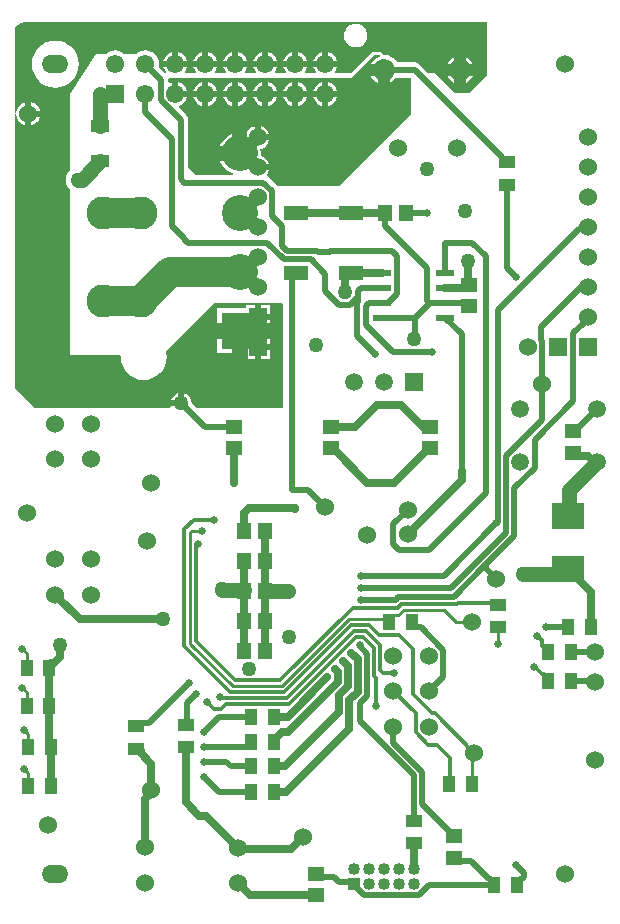
<source format=gbl>
G04*
G04 #@! TF.GenerationSoftware,Altium Limited,Altium Designer,19.1.8 (144)*
G04*
G04 Layer_Physical_Order=4*
G04 Layer_Color=16711680*
%FSLAX25Y25*%
%MOIN*%
G70*
G01*
G75*
%ADD10C,0.01000*%
%ADD16R,0.04134X0.05512*%
%ADD17R,0.05512X0.04134*%
%ADD52C,0.02000*%
%ADD53C,0.02500*%
%ADD54C,0.05000*%
%ADD55C,0.01200*%
%ADD57O,0.08900X0.06000*%
%ADD58R,0.04000X0.04000*%
%ADD59C,0.04000*%
%ADD60C,0.06000*%
%ADD61C,0.10984*%
%ADD62C,0.05898*%
%ADD63C,0.07284*%
%ADD64C,0.05906*%
%ADD65R,0.05906X0.05906*%
%ADD66R,0.12000X0.12000*%
%ADD67C,0.12000*%
%ADD68R,0.06000X0.06000*%
%ADD69C,0.06102*%
%ADD70R,0.06102X0.06102*%
%ADD71C,0.02500*%
%ADD72C,0.05000*%
%ADD73R,0.05709X0.04528*%
%ADD74R,0.08268X0.05118*%
%ADD75R,0.04528X0.05709*%
%ADD76R,0.10799X0.08500*%
%ADD77R,0.06299X0.03937*%
%ADD78R,0.05906X0.02362*%
%ADD79C,0.10000*%
G36*
X123198Y287522D02*
X122069Y287054D01*
X121099Y286311D01*
X120355Y285341D01*
X120214Y285000D01*
X124409D01*
Y283000D01*
X126409D01*
Y278804D01*
X126750Y278945D01*
X127720Y279690D01*
X128304Y280451D01*
X133579D01*
X133579Y268500D01*
X109579Y244500D01*
X88993D01*
X86191Y247302D01*
X85715Y247620D01*
X85634Y248113D01*
X85994Y248583D01*
X86397Y249556D01*
X86403Y249600D01*
X82500D01*
Y251600D01*
X86403D01*
X86397Y251644D01*
X85994Y252617D01*
X85353Y253453D01*
X84517Y254094D01*
X83544Y254497D01*
X83466Y254507D01*
X83534Y255200D01*
X83399Y256572D01*
X83477Y256694D01*
X83544Y256703D01*
X84517Y257106D01*
X85353Y257747D01*
X85994Y258583D01*
X86397Y259556D01*
X86403Y259600D01*
X82500D01*
Y260600D01*
X81500D01*
Y264503D01*
X81456Y264497D01*
X80483Y264094D01*
X79647Y263453D01*
X79006Y262617D01*
X79000Y262603D01*
Y255200D01*
X76500D01*
Y252700D01*
X69943D01*
X70002Y252508D01*
X70652Y251292D01*
X71526Y250226D01*
X72592Y249352D01*
X73808Y248702D01*
X74311Y248549D01*
X74237Y248049D01*
X62030D01*
X59349Y250730D01*
Y266339D01*
X59155Y267315D01*
X58602Y268142D01*
X56153Y270591D01*
X56299Y271153D01*
X57043Y271461D01*
X57889Y272111D01*
X58539Y272957D01*
X58947Y273942D01*
X58955Y274000D01*
X55000D01*
Y275000D01*
X54000D01*
Y278955D01*
X53942Y278947D01*
X53198Y278639D01*
X52698Y278933D01*
Y279851D01*
X52646Y280114D01*
X52963Y280500D01*
X54313D01*
X55000Y280410D01*
X55687Y280500D01*
X64313D01*
X65000Y280410D01*
X65687Y280500D01*
X74313D01*
X75000Y280410D01*
X75687Y280500D01*
X84313D01*
X85000Y280410D01*
X85687Y280500D01*
X94313D01*
X95000Y280410D01*
X95687Y280500D01*
X104313D01*
X105000Y280410D01*
X105687Y280500D01*
X113579D01*
X121079Y288000D01*
X123101D01*
X123198Y287522D01*
D02*
G37*
G36*
X5000Y298980D02*
X5000Y298980D01*
X5000Y298980D01*
X159000Y298980D01*
X159000Y281500D01*
X153000Y275500D01*
X148000Y275500D01*
X141500Y282000D01*
X139345D01*
X136543Y284802D01*
X135716Y285355D01*
X134740Y285549D01*
X128919D01*
X128901Y285593D01*
X128077Y286667D01*
X127002Y287491D01*
X125752Y288009D01*
X124409Y288186D01*
X124112Y288147D01*
X124101Y288202D01*
X124063Y288293D01*
X124043Y288390D01*
X123987Y288475D01*
X123948Y288569D01*
X123877Y288639D01*
X123822Y288721D01*
X123738Y288777D01*
X123665Y288849D01*
X123574Y288887D01*
X123492Y288942D01*
X123392Y288962D01*
X123297Y289001D01*
X123198Y289000D01*
X123101Y289020D01*
X121079D01*
X120689Y288942D01*
X120358Y288721D01*
X113637Y282000D01*
X108435D01*
X108188Y282500D01*
X108539Y282957D01*
X108947Y283942D01*
X108955Y284000D01*
X101046D01*
X101053Y283942D01*
X101461Y282957D01*
X101812Y282500D01*
X101565Y282000D01*
X98435D01*
X98188Y282500D01*
X98539Y282957D01*
X98947Y283942D01*
X98954Y284000D01*
X91045D01*
X91053Y283942D01*
X91461Y282957D01*
X91812Y282500D01*
X91565Y282000D01*
X88435D01*
X88188Y282500D01*
X88539Y282957D01*
X88947Y283942D01*
X88955Y284000D01*
X81046D01*
X81053Y283942D01*
X81461Y282957D01*
X81812Y282500D01*
X81565Y282000D01*
X78435D01*
X78188Y282500D01*
X78539Y282957D01*
X78947Y283942D01*
X78954Y284000D01*
X71046D01*
X71053Y283942D01*
X71461Y282957D01*
X71812Y282500D01*
X71565Y282000D01*
X68435D01*
X68188Y282500D01*
X68539Y282957D01*
X68947Y283942D01*
X68954Y284000D01*
X61045D01*
X61053Y283942D01*
X61461Y282957D01*
X61812Y282500D01*
X61565Y282000D01*
X58435D01*
X58188Y282500D01*
X58539Y282957D01*
X58947Y283942D01*
X58955Y284000D01*
X51046D01*
X51053Y283942D01*
X51461Y282957D01*
X51812Y282500D01*
X51435Y282170D01*
X49476Y284129D01*
X49590Y285000D01*
X49434Y286188D01*
X48976Y287295D01*
X48246Y288246D01*
X47295Y288976D01*
X46188Y289434D01*
X45000Y289591D01*
X43812Y289434D01*
X42705Y288976D01*
X42085Y288500D01*
X37915D01*
X37295Y288976D01*
X36188Y289434D01*
X35000Y289591D01*
X33812Y289434D01*
X32705Y288976D01*
X32085Y288500D01*
X28500D01*
X20000Y275000D01*
Y249624D01*
X19647Y249353D01*
X19006Y248517D01*
X18603Y247544D01*
X18465Y246500D01*
X18603Y245456D01*
X19006Y244483D01*
X19647Y243647D01*
X20000Y243376D01*
Y188000D01*
X36580D01*
X36916Y187629D01*
X36885Y187311D01*
X37031Y185828D01*
X37463Y184403D01*
X38165Y183089D01*
X39110Y181937D01*
X40262Y180992D01*
X41576Y180290D01*
X43002Y179858D01*
X44484Y179711D01*
X45967Y179858D01*
X47392Y180290D01*
X48706Y180992D01*
X49858Y181937D01*
X50803Y183089D01*
X51505Y184403D01*
X51938Y185828D01*
X52084Y187311D01*
X51938Y188794D01*
X51788Y189288D01*
X68000Y205500D01*
X90500D01*
X91000Y205000D01*
Y170500D01*
X62050D01*
X60464Y172086D01*
X60355Y172914D01*
X60002Y173765D01*
X59441Y174496D01*
X58710Y175057D01*
X57945Y175374D01*
Y172000D01*
X56945D01*
Y171000D01*
X53571D01*
X53606Y170916D01*
X53328Y170500D01*
X8000D01*
X1500Y177000D01*
X1500Y268205D01*
X2000Y268238D01*
X2103Y267456D01*
X2506Y266483D01*
X3147Y265647D01*
X3983Y265006D01*
X4956Y264603D01*
X5000Y264597D01*
Y268500D01*
Y272403D01*
X4956Y272397D01*
X3983Y271994D01*
X3147Y271353D01*
X2506Y270517D01*
X2103Y269544D01*
X2000Y268762D01*
X1500Y268795D01*
Y296927D01*
X1908Y297537D01*
X2462Y298092D01*
X3114Y298528D01*
X3839Y298828D01*
X4608Y298980D01*
X5000Y298980D01*
D02*
G37*
%LPC*%
G36*
X122409Y281000D02*
X120214D01*
X120355Y280659D01*
X121099Y279690D01*
X122069Y278945D01*
X122409Y278804D01*
Y281000D01*
D02*
G37*
G36*
X106000Y278955D02*
Y276000D01*
X108955D01*
X108947Y276058D01*
X108539Y277043D01*
X107889Y277889D01*
X107043Y278539D01*
X106058Y278947D01*
X106000Y278955D01*
D02*
G37*
G36*
X104000D02*
X103942Y278947D01*
X102957Y278539D01*
X102111Y277889D01*
X101461Y277043D01*
X101053Y276058D01*
X101046Y276000D01*
X104000D01*
Y278955D01*
D02*
G37*
G36*
X96000D02*
Y276000D01*
X98954D01*
X98947Y276058D01*
X98539Y277043D01*
X97889Y277889D01*
X97043Y278539D01*
X96058Y278947D01*
X96000Y278955D01*
D02*
G37*
G36*
X94000D02*
X93942Y278947D01*
X92957Y278539D01*
X92111Y277889D01*
X91461Y277043D01*
X91053Y276058D01*
X91045Y276000D01*
X94000D01*
Y278955D01*
D02*
G37*
G36*
X86000D02*
Y276000D01*
X88955D01*
X88947Y276058D01*
X88539Y277043D01*
X87889Y277889D01*
X87043Y278539D01*
X86058Y278947D01*
X86000Y278955D01*
D02*
G37*
G36*
X84000D02*
X83942Y278947D01*
X82957Y278539D01*
X82111Y277889D01*
X81461Y277043D01*
X81053Y276058D01*
X81046Y276000D01*
X84000D01*
Y278955D01*
D02*
G37*
G36*
X76000D02*
Y276000D01*
X78954D01*
X78947Y276058D01*
X78539Y277043D01*
X77889Y277889D01*
X77043Y278539D01*
X76058Y278947D01*
X76000Y278955D01*
D02*
G37*
G36*
X74000D02*
X73942Y278947D01*
X72957Y278539D01*
X72111Y277889D01*
X71461Y277043D01*
X71053Y276058D01*
X71046Y276000D01*
X74000D01*
Y278955D01*
D02*
G37*
G36*
X66000D02*
Y276000D01*
X68954D01*
X68947Y276058D01*
X68539Y277043D01*
X67889Y277889D01*
X67043Y278539D01*
X66058Y278947D01*
X66000Y278955D01*
D02*
G37*
G36*
X64000D02*
X63942Y278947D01*
X62957Y278539D01*
X62111Y277889D01*
X61461Y277043D01*
X61053Y276058D01*
X61045Y276000D01*
X64000D01*
Y278955D01*
D02*
G37*
G36*
X56000D02*
Y276000D01*
X58955D01*
X58947Y276058D01*
X58539Y277043D01*
X57889Y277889D01*
X57043Y278539D01*
X56058Y278947D01*
X56000Y278955D01*
D02*
G37*
G36*
X108955Y274000D02*
X106000D01*
Y271045D01*
X106058Y271053D01*
X107043Y271461D01*
X107889Y272111D01*
X108539Y272957D01*
X108947Y273942D01*
X108955Y274000D01*
D02*
G37*
G36*
X104000D02*
X101046D01*
X101053Y273942D01*
X101461Y272957D01*
X102111Y272111D01*
X102957Y271461D01*
X103942Y271053D01*
X104000Y271045D01*
Y274000D01*
D02*
G37*
G36*
X98954D02*
X96000D01*
Y271045D01*
X96058Y271053D01*
X97043Y271461D01*
X97889Y272111D01*
X98539Y272957D01*
X98947Y273942D01*
X98954Y274000D01*
D02*
G37*
G36*
X94000D02*
X91045D01*
X91053Y273942D01*
X91461Y272957D01*
X92111Y272111D01*
X92957Y271461D01*
X93942Y271053D01*
X94000Y271045D01*
Y274000D01*
D02*
G37*
G36*
X88955D02*
X86000D01*
Y271045D01*
X86058Y271053D01*
X87043Y271461D01*
X87889Y272111D01*
X88539Y272957D01*
X88947Y273942D01*
X88955Y274000D01*
D02*
G37*
G36*
X84000D02*
X81046D01*
X81053Y273942D01*
X81461Y272957D01*
X82111Y272111D01*
X82957Y271461D01*
X83942Y271053D01*
X84000Y271045D01*
Y274000D01*
D02*
G37*
G36*
X78954D02*
X76000D01*
Y271045D01*
X76058Y271053D01*
X77043Y271461D01*
X77889Y272111D01*
X78539Y272957D01*
X78947Y273942D01*
X78954Y274000D01*
D02*
G37*
G36*
X74000D02*
X71046D01*
X71053Y273942D01*
X71461Y272957D01*
X72111Y272111D01*
X72957Y271461D01*
X73942Y271053D01*
X74000Y271045D01*
Y274000D01*
D02*
G37*
G36*
X68954D02*
X66000D01*
Y271045D01*
X66058Y271053D01*
X67043Y271461D01*
X67889Y272111D01*
X68539Y272957D01*
X68947Y273942D01*
X68954Y274000D01*
D02*
G37*
G36*
X64000D02*
X61045D01*
X61053Y273942D01*
X61461Y272957D01*
X62111Y272111D01*
X62957Y271461D01*
X63942Y271053D01*
X64000Y271045D01*
Y274000D01*
D02*
G37*
G36*
X83500Y264503D02*
Y261600D01*
X86403D01*
X86397Y261644D01*
X85994Y262617D01*
X85353Y263453D01*
X84517Y264094D01*
X83544Y264497D01*
X83500Y264503D01*
D02*
G37*
G36*
X74000Y261757D02*
X73808Y261699D01*
X72592Y261049D01*
X71526Y260174D01*
X70652Y259108D01*
X70002Y257892D01*
X69943Y257700D01*
X74000D01*
Y261757D01*
D02*
G37*
G36*
X115157Y298392D02*
X114149Y298259D01*
X113210Y297870D01*
X112403Y297251D01*
X111784Y296444D01*
X111395Y295504D01*
X111262Y294496D01*
X111395Y293488D01*
X111784Y292548D01*
X112403Y291741D01*
X113210Y291122D01*
X114149Y290733D01*
X115157Y290600D01*
X116166Y290733D01*
X117105Y291122D01*
X117912Y291741D01*
X118531Y292548D01*
X118920Y293488D01*
X119053Y294496D01*
X118920Y295504D01*
X118531Y296444D01*
X117912Y297251D01*
X117105Y297870D01*
X116166Y298259D01*
X115157Y298392D01*
D02*
G37*
G36*
X106000Y288954D02*
Y286000D01*
X108955D01*
X108947Y286058D01*
X108539Y287043D01*
X107889Y287889D01*
X107043Y288539D01*
X106058Y288947D01*
X106000Y288954D01*
D02*
G37*
G36*
X104000D02*
X103942Y288947D01*
X102957Y288539D01*
X102111Y287889D01*
X101461Y287043D01*
X101053Y286058D01*
X101046Y286000D01*
X104000D01*
Y288954D01*
D02*
G37*
G36*
X96000D02*
Y286000D01*
X98954D01*
X98947Y286058D01*
X98539Y287043D01*
X97889Y287889D01*
X97043Y288539D01*
X96058Y288947D01*
X96000Y288954D01*
D02*
G37*
G36*
X94000D02*
X93942Y288947D01*
X92957Y288539D01*
X92111Y287889D01*
X91461Y287043D01*
X91053Y286058D01*
X91045Y286000D01*
X94000D01*
Y288954D01*
D02*
G37*
G36*
X86000D02*
Y286000D01*
X88955D01*
X88947Y286058D01*
X88539Y287043D01*
X87889Y287889D01*
X87043Y288539D01*
X86058Y288947D01*
X86000Y288954D01*
D02*
G37*
G36*
X84000D02*
X83942Y288947D01*
X82957Y288539D01*
X82111Y287889D01*
X81461Y287043D01*
X81053Y286058D01*
X81046Y286000D01*
X84000D01*
Y288954D01*
D02*
G37*
G36*
X76000D02*
Y286000D01*
X78954D01*
X78947Y286058D01*
X78539Y287043D01*
X77889Y287889D01*
X77043Y288539D01*
X76058Y288947D01*
X76000Y288954D01*
D02*
G37*
G36*
X74000D02*
X73942Y288947D01*
X72957Y288539D01*
X72111Y287889D01*
X71461Y287043D01*
X71053Y286058D01*
X71046Y286000D01*
X74000D01*
Y288954D01*
D02*
G37*
G36*
X66000D02*
Y286000D01*
X68954D01*
X68947Y286058D01*
X68539Y287043D01*
X67889Y287889D01*
X67043Y288539D01*
X66058Y288947D01*
X66000Y288954D01*
D02*
G37*
G36*
X64000D02*
X63942Y288947D01*
X62957Y288539D01*
X62111Y287889D01*
X61461Y287043D01*
X61053Y286058D01*
X61045Y286000D01*
X64000D01*
Y288954D01*
D02*
G37*
G36*
X56000D02*
Y286000D01*
X58955D01*
X58947Y286058D01*
X58539Y287043D01*
X57889Y287889D01*
X57043Y288539D01*
X56058Y288947D01*
X56000Y288954D01*
D02*
G37*
G36*
X54000D02*
X53942Y288947D01*
X52957Y288539D01*
X52111Y287889D01*
X51461Y287043D01*
X51053Y286058D01*
X51046Y286000D01*
X54000D01*
Y288954D01*
D02*
G37*
G36*
X152000Y287196D02*
Y285000D01*
X154196D01*
X154054Y285341D01*
X153311Y286311D01*
X152341Y287054D01*
X152000Y287196D01*
D02*
G37*
G36*
X148000D02*
X147659Y287054D01*
X146689Y286311D01*
X145946Y285341D01*
X145804Y285000D01*
X148000D01*
Y287196D01*
D02*
G37*
G36*
X154196Y281000D02*
X152000D01*
Y278804D01*
X152341Y278945D01*
X153311Y279690D01*
X154054Y280659D01*
X154196Y281000D01*
D02*
G37*
G36*
X148000D02*
X145804D01*
X145946Y280659D01*
X146689Y279690D01*
X147659Y278945D01*
X148000Y278804D01*
Y281000D01*
D02*
G37*
G36*
X15000Y292837D02*
X13471Y292686D01*
X12001Y292240D01*
X10646Y291516D01*
X9458Y290542D01*
X8484Y289354D01*
X7760Y287999D01*
X7314Y286529D01*
X7163Y285000D01*
X7314Y283471D01*
X7760Y282001D01*
X8484Y280646D01*
X9458Y279458D01*
X10646Y278484D01*
X12001Y277760D01*
X13471Y277314D01*
X15000Y277163D01*
X16529Y277314D01*
X17999Y277760D01*
X19354Y278484D01*
X20542Y279458D01*
X21516Y280646D01*
X22240Y282001D01*
X22686Y283471D01*
X22837Y285000D01*
X22686Y286529D01*
X22240Y287999D01*
X21516Y289354D01*
X20542Y290542D01*
X19354Y291516D01*
X17999Y292240D01*
X16529Y292686D01*
X15000Y292837D01*
D02*
G37*
G36*
X7000Y272403D02*
Y269500D01*
X9903D01*
X9897Y269544D01*
X9494Y270517D01*
X8853Y271353D01*
X8017Y271994D01*
X7044Y272397D01*
X7000Y272403D01*
D02*
G37*
G36*
X9903Y267500D02*
X7000D01*
Y264597D01*
X7044Y264603D01*
X8017Y265006D01*
X8853Y265647D01*
X9494Y266483D01*
X9897Y267456D01*
X9903Y267500D01*
D02*
G37*
G36*
X86500Y204600D02*
X83500D01*
Y201600D01*
X86500D01*
Y204600D01*
D02*
G37*
G36*
X81500D02*
X78500D01*
Y203600D01*
X69000D01*
Y198850D01*
X76500D01*
X86500D01*
Y199600D01*
X82500D01*
Y200600D01*
X81500D01*
Y204600D01*
D02*
G37*
G36*
X73750Y193350D02*
X69000D01*
Y188600D01*
X73750D01*
Y193350D01*
D02*
G37*
G36*
X86500Y189600D02*
X83500D01*
Y186600D01*
X86500D01*
Y189600D01*
D02*
G37*
G36*
Y193350D02*
X79250D01*
Y186600D01*
X81500D01*
Y190600D01*
X82500D01*
Y191600D01*
X86500D01*
Y193350D01*
D02*
G37*
G36*
X55945Y175374D02*
X55180Y175057D01*
X54449Y174496D01*
X53888Y173765D01*
X53571Y173000D01*
X55945D01*
Y175374D01*
D02*
G37*
%LPD*%
D10*
X4000Y90000D02*
X5437Y88563D01*
Y83800D02*
Y88563D01*
X4000Y77000D02*
X5437Y75563D01*
Y71000D02*
Y75563D01*
X4500Y63000D02*
X5937Y61563D01*
Y57300D02*
Y61563D01*
X4500Y50000D02*
X5937Y48563D01*
Y44300D02*
Y48563D01*
X162500Y91740D02*
Y97260D01*
X125277Y99982D02*
X125915Y99344D01*
X90609Y77700D02*
X112891Y99982D01*
X125277D01*
X60000Y91783D02*
X74083Y77700D01*
X60000Y91783D02*
Y123894D01*
X125915Y99344D02*
X126260Y99000D01*
X74083Y77700D02*
X90609D01*
X131135Y103056D02*
X144434D01*
X129335Y101256D02*
X131135Y103056D01*
X127827Y101256D02*
X129335D01*
X126260Y99689D02*
X127827Y101256D01*
X59950Y123944D02*
Y128950D01*
Y123944D02*
X60000Y123894D01*
X60500Y129500D02*
X64000D01*
X59950Y128950D02*
X60500Y129500D01*
X144434Y103056D02*
X148490Y99000D01*
X154000D01*
X153740Y54740D02*
X154500Y55500D01*
X153740Y45000D02*
Y54740D01*
D16*
X186740Y79500D02*
D03*
X179260D02*
D03*
X186740Y89000D02*
D03*
X179260D02*
D03*
X146260Y45000D02*
D03*
X153740D02*
D03*
X133740Y99000D02*
D03*
X126260D02*
D03*
X193480Y97500D02*
D03*
X186000D02*
D03*
X80260Y67500D02*
D03*
X87740D02*
D03*
X80260Y59000D02*
D03*
X87740D02*
D03*
X80260Y51000D02*
D03*
X87740D02*
D03*
X80260Y42500D02*
D03*
X87740D02*
D03*
X161260Y11500D02*
D03*
X168740D02*
D03*
X13418Y44300D02*
D03*
X5937D02*
D03*
X13418Y57300D02*
D03*
X5937D02*
D03*
X12918Y71000D02*
D03*
X5437D02*
D03*
X12918Y83800D02*
D03*
X5437D02*
D03*
D17*
X165500Y252240D02*
D03*
Y244760D02*
D03*
X162500Y104740D02*
D03*
Y97260D02*
D03*
X58500Y57260D02*
D03*
Y64740D02*
D03*
X42000Y56760D02*
D03*
Y64240D02*
D03*
X134500Y32740D02*
D03*
Y25260D02*
D03*
D52*
X147591Y27543D02*
X148854Y28807D01*
X115700Y205488D02*
X115800Y205588D01*
X118500Y198172D02*
X127672Y189000D01*
X135000Y194000D02*
Y200500D01*
X115700Y194300D02*
X121500Y188500D01*
X134500Y193500D02*
X135000Y194000D01*
X118500Y204328D02*
X119672Y205500D01*
X124319Y200500D02*
X135000D01*
X116972Y210500D02*
X124067D01*
X119672Y205500D02*
X124067D01*
X124319Y200500D02*
X124500Y200319D01*
X123990D02*
X124500D01*
X115800Y205588D02*
Y207219D01*
X127672Y189000D02*
X140500D01*
X135000Y200500D02*
X139819Y205319D01*
X115800Y207219D02*
Y209328D01*
X139819Y205319D02*
X144752D01*
X115700Y194300D02*
Y205488D01*
X144752Y205319D02*
X144933Y205500D01*
X115800Y209328D02*
X116972Y210500D01*
X118500Y198172D02*
Y204328D01*
X124067Y200500D02*
X124319D01*
X168500Y18000D02*
X171200Y15300D01*
Y13960D02*
Y15300D01*
X170496Y13256D02*
X171200Y13960D01*
X169807Y13256D02*
X170496D01*
X56800Y246672D02*
Y266339D01*
X50149Y272991D02*
X56800Y266339D01*
X50149Y272991D02*
Y279851D01*
X45000Y285000D02*
X50149Y279851D01*
X45000Y269180D02*
X54000Y260180D01*
X45000Y269180D02*
Y275000D01*
X115500Y10343D02*
Y10717D01*
X139500Y11343D02*
Y11500D01*
X136074Y7917D02*
X139500Y11343D01*
X117926Y7917D02*
X136074D01*
X115500Y10343D02*
X117926Y7917D01*
X114500Y11717D02*
X115500Y10717D01*
X113791Y12425D02*
X114500Y11717D01*
X109500Y12425D02*
X113791D01*
X107854Y14071D02*
X109500Y12425D01*
X102972Y14071D02*
X107854D01*
X102000Y15043D02*
X102972Y14071D01*
X195547Y170000D02*
X195590D01*
X188091Y162543D02*
X195547Y170000D01*
X187500Y162543D02*
X188091D01*
X64902Y164043D02*
X74500D01*
X56945Y172000D02*
X64902Y164043D01*
X74500D02*
X75090D01*
X124828Y231172D02*
Y235372D01*
X124957Y235500D01*
X124828Y231172D02*
X139000Y217000D01*
X153567Y19193D02*
X159504Y13256D01*
X160193D01*
X161260Y12189D01*
Y11500D02*
Y12189D01*
X139500Y11500D02*
X161260D01*
X139000Y206138D02*
Y217000D01*
X148000Y20457D02*
X149264Y19193D01*
X153567D01*
X139000Y206138D02*
X139819Y205319D01*
X151913Y205500D02*
X153000Y204413D01*
X144933Y205500D02*
X151913D01*
X147000Y20457D02*
X147591D01*
X116500Y90865D02*
Y91432D01*
X118889Y74505D02*
Y88476D01*
X116500Y90865D02*
X118889Y88476D01*
X116500Y72116D02*
X118889Y74505D01*
X116500Y66000D02*
Y72116D01*
X134500Y32740D02*
Y48000D01*
X116500Y66000D02*
X134500Y48000D01*
X194500Y79500D02*
X195000Y79000D01*
X186740Y79500D02*
X194500D01*
X186740Y89000D02*
X195000D01*
X64539Y47461D02*
X69500Y42500D01*
X80260D01*
X64539Y52461D02*
X72039D01*
X73500Y51000D01*
X80260D01*
X64539Y57461D02*
X79193D01*
X80260Y58527D01*
Y59000D01*
X64500Y62500D02*
X69500Y67500D01*
X80260D01*
X178500Y97500D02*
X186000D01*
X168740Y12189D02*
X169807Y13256D01*
X168740Y11500D02*
Y12189D01*
X165500Y217000D02*
X168500Y214000D01*
X165500Y217000D02*
Y244760D01*
X133740Y98311D02*
X134807Y97244D01*
X136855D01*
X144300Y89799D01*
Y80800D02*
Y89799D01*
X139500Y76000D02*
X144300Y80800D01*
X133740Y98311D02*
Y99000D01*
X99390Y143110D02*
X105000Y137500D01*
X93890Y143110D02*
X99390D01*
X93890D02*
Y215500D01*
X165251Y128791D02*
Y154251D01*
X146960Y110500D02*
X165251Y128791D01*
X117000Y110500D02*
X146960D01*
X177000Y197500D02*
X191300Y211800D01*
X177300Y178500D02*
Y192588D01*
Y166299D02*
Y178500D01*
X165251Y154251D02*
X177300Y166299D01*
X177000Y192888D02*
Y197500D01*
Y192888D02*
X177300Y192588D01*
X191300Y211800D02*
X192500Y210600D01*
X42952Y65192D02*
X46113D01*
X42000Y64240D02*
X42952Y65192D01*
X46113D02*
X59461Y78539D01*
X59000Y72000D02*
X62000Y75000D01*
X59000Y65240D02*
Y72000D01*
X58500Y64740D02*
X59000Y65240D01*
X144500Y114500D02*
X162000Y132000D01*
X117000Y114500D02*
X144500D01*
X162451Y132451D02*
Y202951D01*
X162000Y132000D02*
X162451Y132451D01*
Y202951D02*
X189643Y230143D01*
X192043D01*
X192500Y230600D01*
X127689Y58771D02*
Y64189D01*
Y58771D02*
X137300Y49160D01*
Y38243D02*
Y49160D01*
X147409Y27543D02*
X147591D01*
X148000D01*
X146146Y28807D02*
X147409Y27543D01*
X137300Y38243D02*
X146146Y29398D01*
Y28807D02*
Y29398D01*
X132043Y235500D02*
X139000D01*
X168051Y127632D02*
Y143619D01*
X174749Y150317D01*
X157960Y117540D02*
X168051Y127632D01*
X174749Y150317D02*
Y159789D01*
X147775Y107356D02*
X157960Y117540D01*
X162000Y113500D01*
X191143Y198643D02*
X193500Y201000D01*
X192043D02*
X193500D01*
X129354Y107356D02*
X147775D01*
X128498Y106500D02*
X129354Y107356D01*
X117000Y106500D02*
X128498D01*
X191143Y198643D02*
Y200143D01*
X187700Y195200D02*
X191143Y198643D01*
X187700Y172740D02*
Y195200D01*
X191143Y200143D02*
X192043D01*
X174749Y159789D02*
X187700Y172740D01*
X192043Y200143D02*
X192500Y200600D01*
X127700Y124988D02*
X129688Y123000D01*
X127700Y124988D02*
Y131700D01*
X139500Y123000D02*
X158500Y142000D01*
X129688Y123000D02*
X139500D01*
X127700Y131700D02*
X132500Y136500D01*
X158500Y142000D02*
Y221000D01*
X154000Y225500D02*
X158500Y221000D01*
X144933Y225500D02*
X154000D01*
X144933Y215500D02*
Y225500D01*
X150500Y149500D02*
Y194933D01*
X144933Y200500D02*
X150500Y194933D01*
X106740Y222659D02*
X127189D01*
X106281Y222200D02*
X106740Y222659D01*
X127189D02*
X128820Y221028D01*
Y208320D02*
Y221028D01*
X102719Y222200D02*
X106281D01*
X102260Y222659D02*
X102719Y222200D01*
X124067Y205500D02*
X125839D01*
X126020Y205681D01*
X126181D01*
X128820Y208320D01*
X92301Y222659D02*
X102260D01*
X90510Y224449D02*
X92301Y222659D01*
X90510Y224449D02*
Y231141D01*
X56800Y246672D02*
X57972Y245500D01*
X84388D01*
X87300Y242588D01*
Y234351D02*
Y242588D01*
Y234351D02*
X90510Y231141D01*
X54000Y231000D02*
Y260180D01*
X100269Y219859D02*
X104994Y215134D01*
Y209425D02*
Y215134D01*
X91141Y219859D02*
X100269D01*
X85500Y225500D02*
X91141Y219859D01*
X59172Y225500D02*
X85500D01*
X54000Y231000D02*
X58000Y227000D01*
Y226672D02*
Y227000D01*
Y226672D02*
X59172Y225500D01*
X104994Y209425D02*
X109719Y204700D01*
X113281D01*
X115800Y207219D01*
X124409Y283000D02*
X134740D01*
X163744Y253996D01*
Y253307D02*
Y253996D01*
Y253307D02*
X164811Y252240D01*
X165500D01*
D53*
X76000Y12000D02*
X80043Y7957D01*
X102000D01*
X93462Y23462D02*
X97500Y27500D01*
X76349Y23462D02*
X93462D01*
X76000Y23811D02*
X76349Y23462D01*
X65311Y34500D02*
X76000Y23811D01*
X41907Y56667D02*
X42093Y56482D01*
X43506Y55254D02*
X47000Y51760D01*
X43506Y55254D02*
Y55943D01*
X42689Y56760D02*
X43506Y55943D01*
X42000Y56760D02*
X42689D01*
X47000Y43000D02*
Y51760D01*
X45000Y24000D02*
Y40053D01*
X47000Y42053D02*
Y43000D01*
X45000Y40053D02*
X47000Y42053D01*
X124000Y171318D02*
X130135D01*
X137409Y164043D01*
X114955D02*
X122230Y171318D01*
X107000Y164043D02*
X114955D01*
X122230Y171318D02*
X124000D01*
X137409Y164043D02*
X140000D01*
X58500Y39000D02*
X63000Y34500D01*
X65311D01*
X58500Y39000D02*
Y57260D01*
X194671Y152284D02*
X195590D01*
X192512Y154443D02*
X194671Y152284D01*
X188514Y154443D02*
X192512D01*
X187500Y155457D02*
X188514Y154443D01*
X74500Y145500D02*
Y156957D01*
X122500Y145500D02*
X127953D01*
X139409Y156957D01*
X140000D01*
X119047Y145500D02*
X122500D01*
X107591Y156957D02*
X119047Y145500D01*
X107000Y156957D02*
X107591D01*
X77957Y129500D02*
Y135492D01*
X77957Y129500D02*
X77957Y129500D01*
Y135492D02*
X79421Y136957D01*
X94779D01*
X95000Y136736D01*
X23189Y100000D02*
X50750D01*
X15000Y108189D02*
X23189Y100000D01*
X193480Y97500D02*
Y109136D01*
X189967Y112650D02*
X193480Y109136D01*
X189967Y112650D02*
Y113799D01*
X186967Y116799D02*
X189967Y113799D01*
X185817Y116799D02*
X186967D01*
X77957Y99500D02*
Y109500D01*
X113500Y235500D02*
X124957D01*
X104445D02*
X113500D01*
X77957Y109618D02*
Y119500D01*
Y109500D02*
Y109618D01*
X95390Y235500D02*
X104445D01*
X104500Y235445D01*
X77957Y89500D02*
Y99500D01*
X13418Y44300D02*
Y57300D01*
X12918Y59300D02*
Y71000D01*
Y83800D01*
X16536Y87418D02*
Y91300D01*
X14423Y85306D02*
X16536Y87418D01*
X13735Y85306D02*
X14423D01*
X12918Y84489D02*
X13735Y85306D01*
X12918Y83800D02*
Y84489D01*
X134500Y17000D02*
Y25260D01*
X85043Y89500D02*
Y99500D01*
Y109500D01*
Y119500D01*
Y129500D01*
X85043Y129500D01*
X111500Y209000D02*
Y213500D01*
X112000Y215500D02*
X113500D01*
X111500Y213500D02*
X113500Y215500D01*
X124067D01*
X144933Y210500D02*
X152000D01*
X152500Y212000D02*
Y219500D01*
X152000Y210500D02*
X153000Y211500D01*
X152500Y212000D02*
X153000Y211500D01*
X115839Y75769D02*
Y86582D01*
X113711Y88711D02*
X115839Y86582D01*
X112998Y72928D02*
X115839Y75769D01*
X112998Y63498D02*
Y72928D01*
X92000Y42500D02*
X112998Y63498D01*
X87740Y42500D02*
X92000D01*
X112539Y77640D02*
Y84461D01*
X109498Y74599D02*
X112539Y77640D01*
X111000Y86000D02*
X112539Y84461D01*
X109498Y68998D02*
Y74599D01*
X91500Y51000D02*
X109498Y68998D01*
X87740Y51000D02*
X91500D01*
X108289Y83289D02*
X109079Y82500D01*
Y79129D02*
Y82500D01*
X92444Y62494D02*
X109079Y79129D01*
X90545Y62494D02*
X92444D01*
X87740Y59689D02*
X90545Y62494D01*
X87740Y59000D02*
Y59689D01*
X92500Y67500D02*
X105579Y80579D01*
X87740Y67500D02*
X92500D01*
X150500Y146500D02*
Y149500D01*
X132500Y128500D02*
X150500Y146500D01*
D54*
X30000Y264406D02*
Y275000D01*
X22500Y246500D02*
X23906D01*
X29351Y251945D02*
Y252063D01*
X29882Y252594D02*
X30000D01*
X23906Y246500D02*
X29351Y251945D01*
X30000Y252594D02*
X30000Y252594D01*
X29351Y252063D02*
X29882Y252594D01*
X70500Y110000D02*
X70646Y109854D01*
X171000Y115000D02*
X179988D01*
X180038Y115049D01*
X184067D01*
X185817Y116799D01*
X70646Y109854D02*
X77720D01*
X77957Y109618D01*
X85043Y109500D02*
X92500D01*
X185817Y134201D02*
X186329Y134712D01*
Y143022D01*
X195590Y152284D01*
X30000Y264406D02*
X30000Y264406D01*
D55*
X123289Y82943D02*
Y91219D01*
X92224Y73800D02*
X114506Y96082D01*
X118426D02*
X123289Y91219D01*
X114506Y96082D02*
X118426D01*
X70800Y73800D02*
X92224D01*
X123289Y82943D02*
X124232Y82000D01*
X128000D01*
X177104Y91156D02*
Y92896D01*
X175500Y94500D02*
X177104Y92896D01*
Y91156D02*
X177793D01*
X112613Y91361D02*
X112681D01*
X115402Y94082D01*
X121289Y81011D02*
Y90391D01*
X117598Y94082D02*
X121289Y90391D01*
X115402Y94082D02*
X117598D01*
X71960Y71656D02*
X92908D01*
X70304Y70000D02*
X71960Y71656D01*
X68000Y70000D02*
X70304D01*
X65500Y72500D02*
X68000Y70000D01*
X92908Y71656D02*
X112613Y91361D01*
X121289Y81011D02*
X122000Y80300D01*
Y71000D02*
Y80300D01*
X174500Y84000D02*
X174760D01*
X177104Y81656D01*
X177793D01*
X179260Y80189D01*
Y79500D02*
Y80189D01*
X127689Y76000D02*
X135100Y68589D01*
Y62366D02*
Y68589D01*
Y62366D02*
X139390Y58076D01*
X142311D01*
X146601Y53786D01*
Y45341D02*
Y53786D01*
X146260Y45000D02*
X146601Y45341D01*
X89821Y79600D02*
X114072Y103850D01*
X129242D01*
X61900Y92570D02*
X74870Y79600D01*
X61900Y92570D02*
Y124400D01*
X74870Y79600D02*
X89821D01*
X149314Y105500D02*
X162500D01*
X148770Y104956D02*
X149314Y105500D01*
X130348Y104956D02*
X148770D01*
X129242Y103850D02*
X130348Y104956D01*
X61900Y124400D02*
X62500Y125000D01*
X119691Y98082D02*
X122929Y94844D01*
X91395Y75800D02*
X113678Y98082D01*
X119691D01*
X122929Y94844D02*
X129424D01*
X58050Y91046D02*
X73296Y75800D01*
X58050Y91046D02*
Y129950D01*
X73296Y75800D02*
X91395D01*
X134300Y74977D02*
Y89968D01*
X129424Y94844D02*
X134300Y89968D01*
X61100Y133000D02*
X68000D01*
X58050Y129950D02*
X61100Y133000D01*
X134300Y74977D02*
X140689Y68589D01*
X141411D01*
X154500Y55500D01*
D57*
X15000Y285000D02*
D03*
Y15000D02*
D03*
D58*
X114500Y11717D02*
D03*
D59*
Y16717D02*
D03*
X119500Y11717D02*
D03*
Y16717D02*
D03*
X124500Y11717D02*
D03*
Y16717D02*
D03*
X129500Y11717D02*
D03*
Y16717D02*
D03*
X134500Y11717D02*
D03*
Y16717D02*
D03*
D60*
X195000Y53000D02*
D03*
Y79000D02*
D03*
Y89000D02*
D03*
X6000Y268500D02*
D03*
X119000Y128000D02*
D03*
X12500Y31500D02*
D03*
X47000Y145500D02*
D03*
X45000Y24000D02*
D03*
Y12189D02*
D03*
X105000Y137500D02*
D03*
X26811Y165012D02*
D03*
Y153201D02*
D03*
X15000Y165012D02*
D03*
Y153201D02*
D03*
X139500Y64189D02*
D03*
X127689D02*
D03*
X139500Y76000D02*
D03*
X127689D02*
D03*
Y87811D02*
D03*
X139500D02*
D03*
X26811Y120000D02*
D03*
Y108189D02*
D03*
X15000Y120000D02*
D03*
Y108189D02*
D03*
X154500Y55500D02*
D03*
X154000Y99000D02*
D03*
X5500Y135500D02*
D03*
X185000Y285000D02*
D03*
Y15000D02*
D03*
X132500Y136500D02*
D03*
Y128500D02*
D03*
X76000Y12000D02*
D03*
Y23811D02*
D03*
X45500Y126000D02*
D03*
X129300Y257100D02*
D03*
X149000D02*
D03*
X172500Y190600D02*
D03*
X192500Y200600D02*
D03*
Y210600D02*
D03*
Y220600D02*
D03*
Y230600D02*
D03*
Y240600D02*
D03*
Y250600D02*
D03*
Y260600D02*
D03*
X82500D02*
D03*
Y250600D02*
D03*
Y240600D02*
D03*
Y230600D02*
D03*
Y220600D02*
D03*
Y210600D02*
D03*
X97500Y27500D02*
D03*
X47000Y43000D02*
D03*
X177300Y178500D02*
D03*
X162000Y113500D02*
D03*
D61*
X43500Y235500D02*
D03*
X30980D02*
D03*
X43500Y206012D02*
D03*
X30980D02*
D03*
D62*
X170000Y170000D02*
D03*
X195590D02*
D03*
X170000Y152284D02*
D03*
X195590D02*
D03*
D63*
X150000Y283000D02*
D03*
X124409D02*
D03*
D64*
X114500Y179000D02*
D03*
X124500D02*
D03*
D65*
X134500D02*
D03*
D66*
X76500Y196100D02*
D03*
D67*
Y215800D02*
D03*
Y235500D02*
D03*
Y255200D02*
D03*
D68*
X182500Y190600D02*
D03*
X192500D02*
D03*
X82500Y200600D02*
D03*
Y190600D02*
D03*
D69*
X105000Y275000D02*
D03*
X95000D02*
D03*
X85000D02*
D03*
X75000D02*
D03*
X65000D02*
D03*
X55000D02*
D03*
X45000D02*
D03*
X105000Y285000D02*
D03*
X95000D02*
D03*
X85000D02*
D03*
X75000D02*
D03*
X65000D02*
D03*
X55000D02*
D03*
X45000D02*
D03*
X35000D02*
D03*
D70*
Y275000D02*
D03*
D71*
X140500Y189000D02*
D03*
X124000Y171318D02*
D03*
X121500Y188500D02*
D03*
X168500Y18000D02*
D03*
X74500Y145500D02*
D03*
X122500D02*
D03*
X95000Y136736D02*
D03*
X70000Y74000D02*
D03*
X128000Y82000D02*
D03*
X175500Y94500D02*
D03*
X65500Y72500D02*
D03*
X122000Y71000D02*
D03*
X174500Y84000D02*
D03*
X116500Y91432D02*
D03*
X64539Y47461D02*
D03*
Y52461D02*
D03*
Y57461D02*
D03*
X64500Y62500D02*
D03*
X4000Y90000D02*
D03*
X178500Y97500D02*
D03*
X4000Y77000D02*
D03*
X4500Y63000D02*
D03*
X168500Y213932D02*
D03*
X4500Y50000D02*
D03*
X162500Y91740D02*
D03*
X117000Y110500D02*
D03*
X59461Y78539D02*
D03*
X62000Y75000D02*
D03*
X162000Y132000D02*
D03*
X117000Y114500D02*
D03*
X139000Y235500D02*
D03*
X62500Y125000D02*
D03*
X64000Y129500D02*
D03*
X68000Y133000D02*
D03*
X117000Y106500D02*
D03*
X113711Y88711D02*
D03*
X111000Y86000D02*
D03*
X108289Y83289D02*
D03*
X105579Y80579D02*
D03*
D72*
X134500Y193500D02*
D03*
X32000Y180000D02*
D03*
X22500Y246500D02*
D03*
X142000Y290000D02*
D03*
X139000Y250000D02*
D03*
X151500Y236000D02*
D03*
X102000Y191500D02*
D03*
X127689Y273000D02*
D03*
X109500Y255500D02*
D03*
X96500D02*
D03*
X56945Y172000D02*
D03*
X50750Y100000D02*
D03*
X79500Y83500D02*
D03*
X70500Y110000D02*
D03*
X171000Y115000D02*
D03*
X93000Y94000D02*
D03*
X16536Y91300D02*
D03*
X92500Y109500D02*
D03*
X111500Y209000D02*
D03*
X152500Y219500D02*
D03*
D73*
X187500Y162543D02*
D03*
Y155457D02*
D03*
X140000Y156957D02*
D03*
Y164043D02*
D03*
X107000Y156957D02*
D03*
Y164043D02*
D03*
X74500Y156957D02*
D03*
Y164043D02*
D03*
X153000Y204413D02*
D03*
Y211500D02*
D03*
X102000Y15043D02*
D03*
Y7957D02*
D03*
X148000Y27543D02*
D03*
Y20457D02*
D03*
D74*
X113500Y235500D02*
D03*
Y215500D02*
D03*
X95390D02*
D03*
Y235500D02*
D03*
D75*
X132043D02*
D03*
X124957D02*
D03*
X77957Y129500D02*
D03*
X85043D02*
D03*
X85043Y119500D02*
D03*
X77957D02*
D03*
X85043Y109500D02*
D03*
X77957D02*
D03*
X85043Y99500D02*
D03*
X77957D02*
D03*
X85043Y89500D02*
D03*
X77957D02*
D03*
D76*
X185817Y134201D02*
D03*
Y116799D02*
D03*
D77*
X30000Y264406D02*
D03*
Y252594D02*
D03*
D78*
X144933Y215500D02*
D03*
Y210500D02*
D03*
Y205500D02*
D03*
Y200500D02*
D03*
X124067D02*
D03*
Y205500D02*
D03*
Y210500D02*
D03*
Y215500D02*
D03*
D79*
X43512Y206012D02*
X53300Y215800D01*
X76500D01*
X43500Y206012D02*
X43512D01*
X30980D02*
X43500D01*
X30980Y235500D02*
X43500D01*
M02*

</source>
